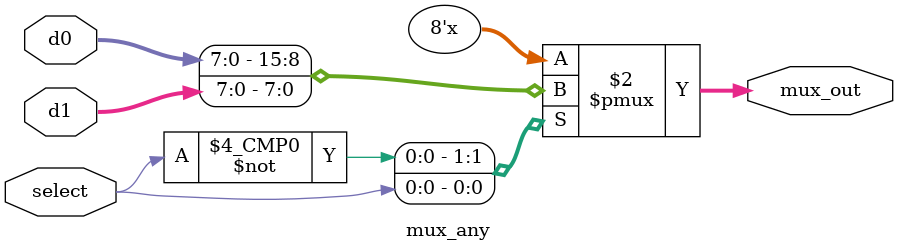
<source format=sv>
module mux_any #(parameter width = 8) 
                  (input logic [width-1:0] d0, d1,
                   input logic select,
                   output logic [width-1:0] mux_out);
    always_comb
    begin
        unique case(select)
            1'b0: mux_out = d0;
            1'b1: mux_out = d1;
        endcase
    end
endmodule

</source>
